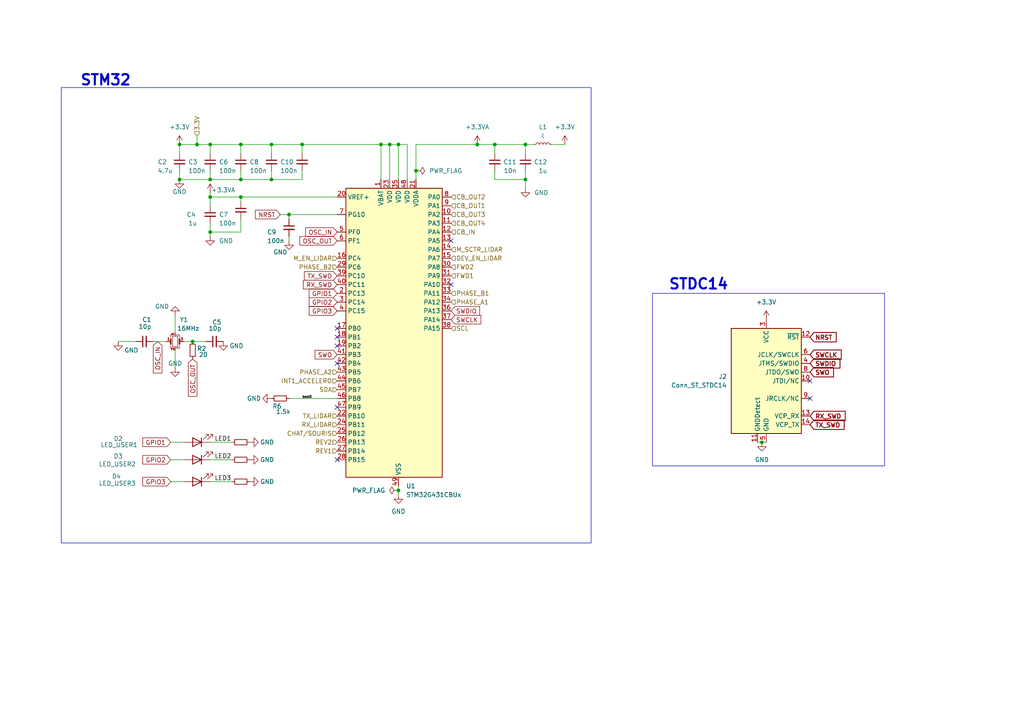
<source format=kicad_sch>
(kicad_sch (version 20231120) (generator "eeschema") (generator_version "8.0")
  (paper "A4")
  (lib_symbols
    (symbol "Connector:Conn_ST_STDC14"
      (property "Reference" "J" (at -8.89 16.51 0))
      (property "Value" "Conn_ST_STDC14" (at 17.78 16.51 0))
      (symbol "Conn_ST_STDC14_0_1"
        (rectangle (start -10.16 15.24) (end 10.16 -15.24) (stroke (width 0.254)) (fill (type background)))
      )
      (symbol "Conn_ST_STDC14_1_1"
        (pin no_connect line (at -10.16 5.08 0) (length 2.54) hide (name "NC") (number "1"))
        (pin output line (at 12.7 0 180) (length 2.54) (name "JTDI/NC") (number "10"))
        (pin passive line (at -2.54 -17.78 90) (length 2.54) (name "GNDDetect") (number "11"))
        (pin open_collector line (at 12.7 12.7 180) (length 2.54) (name "~{RST}") (number "12"))
        (pin output line (at 12.7 -10.16 180) (length 2.54) (name "VCP_RX") (number "13"))
        (pin input line (at 12.7 -12.7 180) (length 2.54) (name "VCP_TX") (number "14"))
        (pin no_connect line (at -10.16 2.54 0) (length 2.54) hide (name "NC") (number "2"))
        (pin power_in line (at 0 17.78 270) (length 2.54) (name "VCC") (number "3"))
        (pin bidirectional line (at 12.7 5.08 180) (length 2.54) (name "JTMS/SWDIO") (number "4"))
        (pin power_in line (at 0 -17.78 90) (length 2.54) (name "GND") (number "5"))
        (pin output line (at 12.7 7.62 180) (length 2.54) (name "JCLK/SWCLK") (number "6"))
        (pin passive line (at 0 -17.78 90) (length 2.54) hide (name "GND") (number "7"))
        (pin input line (at 12.7 2.54 180) (length 2.54) (name "JTDO/SWO") (number "8"))
        (pin input line (at 12.7 -5.08 180) (length 2.54) (name "JRCLK/NC") (number "9"))
      )
    )
    (symbol "Device:C_Small" (pin_numbers hide) (pin_names (offset 0.254) hide)
      (property "Reference" "C" (at 0.254 1.778 0))
      (property "Value" "C_Small" (at 0.254 -2.032 0))
      (symbol "C_Small_0_1"
        (polyline (pts (xy -1.524 -0.508) (xy 1.524 -0.508)) (stroke (width 0.3302)))
        (polyline (pts (xy -1.524 0.508) (xy 1.524 0.508)) (stroke (width 0.3048)))
      )
      (symbol "C_Small_1_1"
        (pin passive line (at 0 2.54 270) (length 2.032) (name "~") (number "1"))
        (pin passive line (at 0 -2.54 90) (length 2.032) (name "~") (number "2"))
      )
    )
    (symbol "Device:Crystal_GND24_Small" (pin_names (offset 1.016) hide)
      (property "Reference" "Y" (at 1.27 4.445 0))
      (property "Value" "Crystal_GND24_Small" (at 1.27 2.54 0))
      (symbol "Crystal_GND24_Small_0_1"
        (rectangle (start -0.762 -1.524) (end 0.762 1.524))
        (polyline (pts (xy -1.27 -0.762) (xy -1.27 0.762)) (stroke (width 0.381)))
        (polyline (pts (xy 1.27 -0.762) (xy 1.27 0.762)) (stroke (width 0.381)))
        (polyline (pts (xy -1.27 -1.27) (xy -1.27 -1.905) (xy 1.27 -1.905) (xy 1.27 -1.27)))
        (polyline (pts (xy -1.27 1.27) (xy -1.27 1.905) (xy 1.27 1.905) (xy 1.27 1.27)))
      )
      (symbol "Crystal_GND24_Small_1_1"
        (pin passive line (at -2.54 0 0) (length 1.27) (name "1") (number "1"))
        (pin passive line (at 0 -2.54 90) (length 0.635) (name "2") (number "2"))
        (pin passive line (at 2.54 0 180) (length 1.27) (name "3") (number "3"))
        (pin passive line (at 0 2.54 270) (length 0.635) (name "4") (number "4"))
      )
    )
    (symbol "Device:LED" (pin_numbers hide) (pin_names (offset 1.016) hide)
      (property "Reference" "D" (at 0 2.54 0))
      (property "Value" "LED" (at 0 -2.54 0))
      (symbol "LED_0_1"
        (polyline (pts (xy -1.27 -1.27) (xy -1.27 1.27)) (stroke (width 0.254)))
        (polyline (pts (xy -1.27 0) (xy 1.27 0)))
        (polyline (pts (xy 1.27 -1.27) (xy 1.27 1.27) (xy -1.27 0) (xy 1.27 -1.27)) (stroke (width 0.254)))
        (polyline (pts (xy -3.048 -0.762) (xy -4.572 -2.286) (xy -3.81 -2.286) (xy -4.572 -2.286) (xy -4.572 -1.524)))
        (polyline (pts (xy -1.778 -0.762) (xy -3.302 -2.286) (xy -2.54 -2.286) (xy -3.302 -2.286) (xy -3.302 -1.524)))
      )
      (symbol "LED_1_1"
        (pin passive line (at -3.81 0 0) (length 2.54) (name "K") (number "1"))
        (pin passive line (at 3.81 0 180) (length 2.54) (name "A") (number "2"))
      )
    )
    (symbol "Device:L_Small" (pin_numbers hide) (pin_names (offset 0.254) hide)
      (property "Reference" "L" (at 0.762 1.016 0))
      (property "Value" "L_Small" (at 0.762 -1.016 0))
      (symbol "L_Small_0_1"
        (arc (start 0 -2.032) (mid 0.5058 -1.524) (end 0 -1.016))
        (arc (start 0 -1.016) (mid 0.5058 -0.508) (end 0 0))
        (arc (start 0 0) (mid 0.5058 0.508) (end 0 1.016))
        (arc (start 0 1.016) (mid 0.5058 1.524) (end 0 2.032))
      )
      (symbol "L_Small_1_1"
        (pin passive line (at 0 2.54 270) (length 0.508) (name "~") (number "1"))
        (pin passive line (at 0 -2.54 90) (length 0.508) (name "~") (number "2"))
      )
    )
    (symbol "Device:R_Small" (pin_numbers hide) (pin_names (offset 0.254) hide)
      (property "Reference" "R" (at 0.762 0.508 0))
      (property "Value" "R_Small" (at 0.762 -1.016 0))
      (symbol "R_Small_0_1"
        (rectangle (start -0.762 1.778) (end 0.762 -1.778) (stroke (width 0.2032)))
      )
      (symbol "R_Small_1_1"
        (pin passive line (at 0 2.54 270) (length 0.762) (name "~") (number "1"))
        (pin passive line (at 0 -2.54 90) (length 0.762) (name "~") (number "2"))
      )
    )
    (symbol "MCU_ST_STM32G4:STM32G431CBUx"
      (property "Reference" "U" (at -12.7 44.45 0))
      (property "Value" "STM32G431CBUx" (at 10.16 44.45 0))
      (symbol "STM32G431CBUx_0_1"
        (rectangle (start -12.7 -40.64) (end 15.24 43.18) (stroke (width 0.254)) (fill (type background)))
      )
      (symbol "STM32G431CBUx_1_1"
        (pin power_in line (at -2.54 45.72 270) (length 2.54) (name "VBAT") (number "1"))
        (pin bidirectional line (at 17.78 35.56 180) (length 2.54) (name "PA2") (number "10"))
        (pin bidirectional line (at 17.78 33.02 180) (length 2.54) (name "PA3") (number "11"))
        (pin bidirectional line (at 17.78 30.48 180) (length 2.54) (name "PA4") (number "12"))
        (pin bidirectional line (at 17.78 27.94 180) (length 2.54) (name "PA5") (number "13"))
        (pin bidirectional line (at 17.78 25.4 180) (length 2.54) (name "PA6") (number "14"))
        (pin bidirectional line (at 17.78 22.86 180) (length 2.54) (name "PA7") (number "15"))
        (pin bidirectional line (at -15.24 22.86 0) (length 2.54) (name "PC4") (number "16"))
        (pin bidirectional line (at -15.24 2.54 0) (length 2.54) (name "PB0") (number "17"))
        (pin bidirectional line (at -15.24 0 0) (length 2.54) (name "PB1") (number "18"))
        (pin bidirectional line (at -15.24 -2.54 0) (length 2.54) (name "PB2") (number "19"))
        (pin bidirectional line (at -15.24 12.7 0) (length 2.54) (name "PC13") (number "2"))
        (pin input line (at -15.24 40.64 0) (length 2.54) (name "VREF+") (number "20"))
        (pin power_in line (at 7.62 45.72 270) (length 2.54) (name "VDDA") (number "21"))
        (pin bidirectional line (at -15.24 -22.86 0) (length 2.54) (name "PB10") (number "22"))
        (pin power_in line (at 0 45.72 270) (length 2.54) (name "VDD") (number "23"))
        (pin bidirectional line (at -15.24 -25.4 0) (length 2.54) (name "PB11") (number "24"))
        (pin bidirectional line (at -15.24 -27.94 0) (length 2.54) (name "PB12") (number "25"))
        (pin bidirectional line (at -15.24 -30.48 0) (length 2.54) (name "PB13") (number "26"))
        (pin bidirectional line (at -15.24 -33.02 0) (length 2.54) (name "PB14") (number "27"))
        (pin bidirectional line (at -15.24 -35.56 0) (length 2.54) (name "PB15") (number "28"))
        (pin bidirectional line (at -15.24 20.32 0) (length 2.54) (name "PC6") (number "29"))
        (pin bidirectional line (at -15.24 10.16 0) (length 2.54) (name "PC14") (number "3"))
        (pin bidirectional line (at 17.78 20.32 180) (length 2.54) (name "PA8") (number "30"))
        (pin bidirectional line (at 17.78 17.78 180) (length 2.54) (name "PA9") (number "31"))
        (pin bidirectional line (at 17.78 15.24 180) (length 2.54) (name "PA10") (number "32"))
        (pin bidirectional line (at 17.78 12.7 180) (length 2.54) (name "PA11") (number "33"))
        (pin bidirectional line (at 17.78 10.16 180) (length 2.54) (name "PA12") (number "34"))
        (pin power_in line (at 2.54 45.72 270) (length 2.54) (name "VDD") (number "35"))
        (pin bidirectional line (at 17.78 7.62 180) (length 2.54) (name "PA13") (number "36"))
        (pin bidirectional line (at 17.78 5.08 180) (length 2.54) (name "PA14") (number "37"))
        (pin bidirectional line (at 17.78 2.54 180) (length 2.54) (name "PA15") (number "38"))
        (pin bidirectional line (at -15.24 17.78 0) (length 2.54) (name "PC10") (number "39"))
        (pin bidirectional line (at -15.24 7.62 0) (length 2.54) (name "PC15") (number "4"))
        (pin bidirectional line (at -15.24 15.24 0) (length 2.54) (name "PC11") (number "40"))
        (pin bidirectional line (at -15.24 -5.08 0) (length 2.54) (name "PB3") (number "41"))
        (pin bidirectional line (at -15.24 -7.62 0) (length 2.54) (name "PB4") (number "42"))
        (pin bidirectional line (at -15.24 -10.16 0) (length 2.54) (name "PB5") (number "43"))
        (pin bidirectional line (at -15.24 -12.7 0) (length 2.54) (name "PB6") (number "44"))
        (pin bidirectional line (at -15.24 -15.24 0) (length 2.54) (name "PB7") (number "45"))
        (pin bidirectional line (at -15.24 -17.78 0) (length 2.54) (name "PB8") (number "46"))
        (pin bidirectional line (at -15.24 -20.32 0) (length 2.54) (name "PB9") (number "47"))
        (pin power_in line (at 5.08 45.72 270) (length 2.54) (name "VDD") (number "48"))
        (pin power_in line (at 2.54 -43.18 90) (length 2.54) (name "VSS") (number "49"))
        (pin bidirectional line (at -15.24 30.48 0) (length 2.54) (name "PF0") (number "5"))
        (pin bidirectional line (at -15.24 27.94 0) (length 2.54) (name "PF1") (number "6"))
        (pin bidirectional line (at -15.24 35.56 0) (length 2.54) (name "PG10") (number "7"))
        (pin bidirectional line (at 17.78 40.64 180) (length 2.54) (name "PA0") (number "8"))
        (pin bidirectional line (at 17.78 38.1 180) (length 2.54) (name "PA1") (number "9"))
      )
    )
    (symbol "power:+3.3V" (power) (pin_names (offset 0))
      (property "Value" "+3.3V" (at 0 3.556 0))
      (symbol "+3.3V_0_1"
        (polyline (pts (xy -0.762 1.27) (xy 0 2.54)))
        (polyline (pts (xy 0 0) (xy 0 2.54)))
        (polyline (pts (xy 0 2.54) (xy 0.762 1.27)))
      )
      (symbol "+3.3V_1_1"
        (pin power_in line (at 0 0 90) (length 0) hide (name "+3.3V") (number "1"))
      )
    )
    (symbol "power:+3.3VA" (power) (pin_numbers hide) (pin_names (offset 0) hide)
      (property "Value" "+3.3VA" (at 0 3.556 0))
      (symbol "+3.3VA_0_1"
        (polyline (pts (xy -0.762 1.27) (xy 0 2.54)))
        (polyline (pts (xy 0 0) (xy 0 2.54)))
        (polyline (pts (xy 0 2.54) (xy 0.762 1.27)))
      )
      (symbol "+3.3VA_1_1"
        (pin power_in line (at 0 0 90) (length 0) (name "~") (number "1"))
      )
    )
    (symbol "power:GND" (power) (pin_names (offset 0))
      (property "Value" "GND" (at 0 -3.81 0))
      (symbol "GND_0_1"
        (polyline (pts (xy 0 0) (xy 0 -1.27) (xy 1.27 -1.27) (xy 0 -2.54) (xy -1.27 -1.27) (xy 0 -1.27)))
      )
      (symbol "GND_1_1"
        (pin power_in line (at 0 0 270) (length 0) hide (name "GND") (number "1"))
      )
    )
    (symbol "power:PWR_FLAG" (power) (pin_numbers hide) (pin_names (offset 0) hide)
      (property "Value" "PWR_FLAG" (at 0 3.81 0))
      (symbol "PWR_FLAG_0_0"
        (pin power_out line (at 0 0 90) (length 0) (name "~") (number "1"))
      )
      (symbol "PWR_FLAG_0_1"
        (polyline (pts (xy 0 0) (xy 0 1.27) (xy -1.016 1.905) (xy 0 2.54) (xy 1.016 1.905) (xy 0 1.27)))
      )
    )
  )
  (junction (at 115.57 41.91))
  (junction (at 220.98 128.27))
  (junction (at 120.65 49.53))
  (junction (at 60.96 52.07))
  (junction (at 152.4 52.07))
  (junction (at 138.43 41.91))
  (junction (at 78.74 52.07))
  (junction (at 113.03 41.91))
  (junction (at 60.96 57.15))
  (junction (at 69.85 52.07))
  (junction (at 83.82 62.23))
  (junction (at 57.15 41.91))
  (junction (at 55.88 99.06))
  (junction (at 78.74 41.91))
  (junction (at 52.07 41.91))
  (junction (at 152.4 41.91))
  (junction (at 60.96 41.91))
  (junction (at 69.85 57.15))
  (junction (at 110.49 41.91))
  (junction (at 69.85 41.91))
  (junction (at 60.96 67.31))
  (junction (at 87.63 41.91))
  (junction (at 143.51 41.91))
  (junction (at 115.57 142.24))
  (junction (at 52.07 52.07))
  (no_connect (at 234.95 110.49))
  (no_connect (at 130.81 69.85))
  (no_connect (at 97.79 100.33))
  (no_connect (at 97.79 118.11))
  (no_connect (at 97.79 133.35))
  (no_connect (at 97.79 97.79))
  (no_connect (at 130.81 82.55))
  (no_connect (at 97.79 95.25))
  (no_connect (at 234.95 115.57))
  (no_connect (at 97.79 105.41))
  (wire (pts (xy 81.28 62.23) (xy 83.82 62.23)))
  (wire (pts (xy 138.43 41.91) (xy 143.51 41.91)))
  (wire (pts (xy 57.15 39.37) (xy 57.15 41.91)))
  (wire (pts (xy 60.96 41.91) (xy 69.85 41.91)))
  (wire (pts (xy 78.74 41.91) (xy 87.63 41.91)))
  (wire (pts (xy 113.03 41.91) (xy 110.49 41.91)))
  (wire (pts (xy 219.71 128.27) (xy 220.98 128.27)))
  (wire (pts (xy 69.85 52.07) (xy 78.74 52.07)))
  (wire (pts (xy 60.96 52.07) (xy 69.85 52.07)))
  (wire (pts (xy 143.51 44.45) (xy 143.51 41.91)))
  (wire (pts (xy 160.02 41.91) (xy 163.83 41.91)))
  (wire (pts (xy 52.07 52.07) (xy 52.07 49.53)))
  (wire (pts (xy 50.8 91.44) (xy 50.8 96.52)))
  (wire (pts (xy 152.4 52.07) (xy 152.4 49.53)))
  (wire (pts (xy 53.34 99.06) (xy 55.88 99.06)))
  (wire (pts (xy 50.8 106.68) (xy 50.8 101.6)))
  (wire (pts (xy 60.96 67.31) (xy 60.96 64.77)))
  (wire (pts (xy 69.85 41.91) (xy 69.85 44.45)))
  (wire (pts (xy 152.4 41.91) (xy 152.4 44.45)))
  (wire (pts (xy 115.57 142.24) (xy 115.57 140.97)))
  (wire (pts (xy 152.4 52.07) (xy 143.51 52.07)))
  (wire (pts (xy 60.96 128.27) (xy 67.31 128.27)))
  (wire (pts (xy 110.49 41.91) (xy 110.49 52.07)))
  (wire (pts (xy 69.85 57.15) (xy 69.85 58.42)))
  (wire (pts (xy 120.65 41.91) (xy 138.43 41.91)))
  (wire (pts (xy 34.29 99.06) (xy 39.37 99.06)))
  (wire (pts (xy 44.45 99.06) (xy 48.26 99.06)))
  (wire (pts (xy 87.63 49.53) (xy 87.63 52.07)))
  (wire (pts (xy 69.85 41.91) (xy 78.74 41.91)))
  (wire (pts (xy 115.57 41.91) (xy 115.57 52.07)))
  (wire (pts (xy 83.82 62.23) (xy 83.82 63.5)))
  (wire (pts (xy 69.85 63.5) (xy 69.85 67.31)))
  (wire (pts (xy 55.88 99.06) (xy 59.69 99.06)))
  (wire (pts (xy 143.51 49.53) (xy 143.51 52.07)))
  (wire (pts (xy 120.65 52.07) (xy 120.65 49.53)))
  (wire (pts (xy 115.57 143.51) (xy 115.57 142.24)))
  (wire (pts (xy 115.57 41.91) (xy 113.03 41.91)))
  (wire (pts (xy 78.74 49.53) (xy 78.74 52.07)))
  (wire (pts (xy 220.98 128.27) (xy 222.25 128.27)))
  (wire (pts (xy 113.03 41.91) (xy 113.03 52.07)))
  (wire (pts (xy 49.53 133.35) (xy 53.34 133.35)))
  (wire (pts (xy 52.07 52.07) (xy 60.96 52.07)))
  (wire (pts (xy 60.96 57.15) (xy 60.96 59.69)))
  (wire (pts (xy 60.96 55.88) (xy 60.96 57.15)))
  (wire (pts (xy 78.74 41.91) (xy 78.74 44.45)))
  (wire (pts (xy 57.15 41.91) (xy 60.96 41.91)))
  (wire (pts (xy 69.85 49.53) (xy 69.85 52.07)))
  (wire (pts (xy 152.4 41.91) (xy 143.51 41.91)))
  (wire (pts (xy 60.96 49.53) (xy 60.96 52.07)))
  (wire (pts (xy 52.07 41.91) (xy 57.15 41.91)))
  (wire (pts (xy 52.07 41.91) (xy 52.07 44.45)))
  (wire (pts (xy 118.11 52.07) (xy 118.11 41.91)))
  (wire (pts (xy 60.96 133.35) (xy 67.31 133.35)))
  (wire (pts (xy 118.11 41.91) (xy 115.57 41.91)))
  (wire (pts (xy 120.65 49.53) (xy 120.65 41.91)))
  (wire (pts (xy 60.96 57.15) (xy 69.85 57.15)))
  (wire (pts (xy 110.49 41.91) (xy 87.63 41.91)))
  (wire (pts (xy 49.53 128.27) (xy 53.34 128.27)))
  (wire (pts (xy 49.53 139.7) (xy 53.34 139.7)))
  (wire (pts (xy 60.96 139.7) (xy 67.31 139.7)))
  (wire (pts (xy 152.4 41.91) (xy 154.94 41.91)))
  (wire (pts (xy 60.96 68.58) (xy 60.96 67.31)))
  (wire (pts (xy 78.74 52.07) (xy 87.63 52.07)))
  (wire (pts (xy 83.82 62.23) (xy 97.79 62.23)))
  (wire (pts (xy 83.82 115.57) (xy 97.79 115.57)))
  (wire (pts (xy 152.4 54.61) (xy 152.4 52.07)))
  (wire (pts (xy 87.63 44.45) (xy 87.63 41.91)))
  (wire (pts (xy 97.79 57.15) (xy 69.85 57.15)))
  (wire (pts (xy 60.96 67.31) (xy 69.85 67.31)))
  (wire (pts (xy 60.96 44.45) (xy 60.96 41.91)))
  (wire (pts (xy 83.82 68.58) (xy 83.82 69.85)))
  (rectangle (start 17.78 25.4) (end 171.45 157.48))
  (rectangle (start 189.23 85.09) (end 256.54 135.128))
  (text "STDC14" (at 193.802 84.328 0) (effects (font (size 3 3) (bold yes)) (justify left bottom)))
  (text "STM32\n" (at 23.114 25.146 0) (effects (font (size 3 3) (bold yes)) (justify left bottom)))
  (label "LED2" (at 62.23 133.35 0))
  (label "boot0" (at 87.63 115.57 0) (effects (font (size 0.635 0.635))))
  (label "LED1" (at 62.23 128.27 0))
  (label "LED3" (at 62.23 139.7 0))
  (global_label "SWO" (shape input) (at 234.95 107.95 0) (effects (font (bold yes))) (property "Intersheetrefs" "${INTERSHEET_REFS}" (effects (hide yes))))
  (global_label "NRST" (shape input) (at 234.95 97.79 0) (effects (font (bold yes))) (property "Intersheetrefs" "${INTERSHEET_REFS}" (effects (hide yes))))
  (global_label "RX_SWD" (shape input) (at 234.95 120.65 0) (effects (font (bold yes))) (property "Intersheetrefs" "${INTERSHEET_REFS}" (effects (hide yes))))
  (global_label "OSC_OUT" (shape input) (at 97.79 69.85 180) (property "Intersheetrefs" "${INTERSHEET_REFS}" (effects (hide yes))))
  (global_label "OSC_OUT" (shape input) (at 55.88 104.14 270) (property "Intersheetrefs" "${INTERSHEET_REFS}" (effects (hide yes))))
  (global_label "GPIO1" (shape input) (at 97.79 85.09 180) (property "Intersheetrefs" "${INTERSHEET_REFS}" (effects (hide yes))))
  (global_label "TX_SWD" (shape input) (at 97.79 80.01 180) (property "Intersheetrefs" "${INTERSHEET_REFS}" (effects (hide yes))))
  (global_label "GPIO1" (shape input) (at 49.53 128.27 180) (property "Intersheetrefs" "${INTERSHEET_REFS}" (effects (hide yes))))
  (global_label "GPIO2" (shape input) (at 97.79 87.63 180) (property "Intersheetrefs" "${INTERSHEET_REFS}" (effects (hide yes))))
  (global_label "GPIO3" (shape input) (at 49.53 139.7 180) (property "Intersheetrefs" "${INTERSHEET_REFS}" (effects (hide yes))))
  (global_label "SWO" (shape input) (at 97.79 102.87 180) (property "Intersheetrefs" "${INTERSHEET_REFS}" (effects (hide yes))))
  (global_label "SWDIO" (shape input) (at 234.95 105.41 0) (effects (font (bold yes))) (property "Intersheetrefs" "${INTERSHEET_REFS}" (effects (hide yes))))
  (global_label "RX_SWD" (shape input) (at 97.79 82.55 180) (property "Intersheetrefs" "${INTERSHEET_REFS}" (effects (hide yes))))
  (global_label "GPIO3" (shape input) (at 97.79 90.17 180) (property "Intersheetrefs" "${INTERSHEET_REFS}" (effects (hide yes))))
  (global_label "SWCLK" (shape input) (at 234.95 102.87 0) (effects (font (bold yes))) (property "Intersheetrefs" "${INTERSHEET_REFS}" (effects (hide yes))))
  (global_label "GPIO2" (shape input) (at 49.53 133.35 180) (property "Intersheetrefs" "${INTERSHEET_REFS}" (effects (hide yes))))
  (global_label "SWDIO" (shape input) (at 130.81 90.17 0) (property "Intersheetrefs" "${INTERSHEET_REFS}" (effects (hide yes))))
  (global_label "SWCLK" (shape input) (at 130.81 92.71 0) (property "Intersheetrefs" "${INTERSHEET_REFS}" (effects (hide yes))))
  (global_label "OSC_IN" (shape input) (at 97.79 67.31 180) (property "Intersheetrefs" "${INTERSHEET_REFS}" (effects (hide yes))))
  (global_label "NRST" (shape input) (at 81.28 62.23 180) (property "Intersheetrefs" "${INTERSHEET_REFS}" (effects (hide yes))))
  (global_label "TX_SWD" (shape input) (at 234.95 123.19 0) (effects (font (bold yes))) (property "Intersheetrefs" "${INTERSHEET_REFS}" (effects (hide yes))))
  (global_label "OSC_IN" (shape input) (at 45.72 99.06 270) (property "Intersheetrefs" "${INTERSHEET_REFS}" (effects (hide yes))))
  (hierarchical_label "TX_LIDAR" (shape input) (at 97.79 120.65 180))
  (hierarchical_label "M_EN_LIDAR" (shape input) (at 97.79 74.93 180))
  (hierarchical_label "PHASE_B1" (shape input) (at 130.81 85.09 0))
  (hierarchical_label "M_SCTR_LIDAR" (shape input) (at 130.81 72.39 0))
  (hierarchical_label "INT1_ACCELERO" (shape input) (at 97.79 110.49 180))
  (hierarchical_label "PHASE_A2" (shape input) (at 97.79 107.95 180))
  (hierarchical_label "CB_OUT4" (shape input) (at 130.81 64.77 0))
  (hierarchical_label "CB_IN" (shape input) (at 130.81 67.31 0))
  (hierarchical_label "CB_OUT1" (shape input) (at 130.81 59.69 0))
  (hierarchical_label "CB_OUT3" (shape input) (at 130.81 62.23 0))
  (hierarchical_label "3.3V" (shape input) (at 57.15 39.37 90))
  (hierarchical_label "RX_LIDAR" (shape input) (at 97.79 123.19 180))
  (hierarchical_label "FWD1" (shape input) (at 130.81 80.01 0))
  (hierarchical_label "CHAT{slash}SOURIS" (shape input) (at 97.79 125.73 180))
  (hierarchical_label "FWD2" (shape input) (at 130.81 77.47 0))
  (hierarchical_label "REV1" (shape input) (at 97.79 130.81 180))
  (hierarchical_label "PHASE_B2" (shape input) (at 97.79 77.47 180))
  (hierarchical_label "CB_OUT2" (shape input) (at 130.81 57.15 0))
  (hierarchical_label "SDA" (shape input) (at 97.79 113.03 180))
  (hierarchical_label "SCL" (shape input) (at 130.81 95.25 0))
  (hierarchical_label "PHASE_A1" (shape input) (at 130.81 87.63 0))
  (hierarchical_label "REV2" (shape input) (at 97.79 128.27 180))
  (hierarchical_label "DEV_EN_LIDAR" (shape input) (at 130.81 74.93 0))
  (symbol (lib_id "power:+3.3VA") (at 138.43 41.91 0) (unit 1)
    (property "Reference" "#PWR019" (effects (hide yes)))
    (property "Value" "+3.3VA" (at 138.43 36.83 0))
    (property "Description" "Power symbol creates a global label with name \"+3.3VA\"" (effects (hide yes)))
  )
  (symbol (lib_id "power:GND") (at 115.57 143.51 0) (unit 1)
    (property "Reference" "#PWR018" (effects (hide yes)))
    (property "Value" "GND" (at 115.57 148.336 0))
  )
  (symbol (lib_id "Device:C_Small") (at 87.63 46.99 0) (unit 1)
    (property "Reference" "C10" (at 81.28 46.99 0) (effects (justify left)))
    (property "Value" "100n" (at 81.28 49.53 0) (effects (justify left)))
    (property "Footprint" "Capacitor_SMD:C_0402_1005Metric_Pad0.74x0.62mm_HandSolder" (effects (hide yes)))
  )
  (symbol (lib_id "power:GND") (at 83.82 69.85 0) (unit 1)
    (property "Reference" "#PWR017" (effects (hide yes)))
    (property "Value" "GND" (at 79.248 73.152 0) (effects (justify left)))
  )
  (symbol (lib_id "power:GND") (at 220.98 128.27 0) (mirror y) (unit 1)
    (property "Reference" "#PWR032" (effects (hide yes)))
    (property "Value" "GND" (at 220.98 133.35 0))
  )
  (symbol (lib_id "power:GND") (at 34.29 99.06 0) (unit 1)
    (property "Reference" "#PWR05" (effects (hide yes)))
    (property "Value" "GND" (at 38.1 101.6 0))
  )
  (symbol (lib_id "power:GND") (at 52.07 52.07 0) (unit 1)
    (property "Reference" "#PWR09" (effects (hide yes)))
    (property "Value" "GND" (at 52.07 55.626 0))
  )
  (symbol (lib_id "Device:R_Small") (at 69.85 128.27 90) (unit 1)
    (property "Reference" "R3" (effects (hide yes)))
    (property "Value" "680" (effects (hide yes)))
    (property "Footprint" "Resistor_SMD:R_0402_1005Metric_Pad0.72x0.64mm_HandSolder" (effects (hide yes)))
  )
  (symbol (lib_id "power:GND") (at 60.96 68.58 0) (unit 1)
    (property "Reference" "#PWR011" (effects (hide yes)))
    (property "Value" "GND" (at 63.5 69.8499 0) (effects (justify left)))
  )
  (symbol (lib_id "Device:R_Small") (at 81.28 115.57 270) (unit 1)
    (property "Reference" "R6" (at 78.994 117.856 90) (effects (justify left)))
    (property "Value" "1.5k" (at 80.01 119.38 90) (effects (justify left)))
    (property "Footprint" "Resistor_SMD:R_0402_1005Metric_Pad0.72x0.64mm_HandSolder" (effects (hide yes)))
  )
  (symbol (lib_id "Connector:Conn_ST_STDC14") (at 222.25 110.49 0) (unit 1)
    (property "Reference" "J2" (at 210.82 109.2199 0) (effects (justify right)))
    (property "Value" "Conn_ST_STDC14" (at 210.82 111.7599 0) (effects (justify right)))
    (property "Footprint" "Connector_PinHeader_1.27mm:PinHeader_2x07_P1.27mm_Vertical_SMD" (effects (hide yes)))
    (property "Datasheet" "https://www.st.com/content/ccc/resource/technical/document/user_manual/group1/99/49/91/b6/b2/3a/46/e5/DM00526767/files/DM00526767.pdf/jcr:content/translations/en.DM00526767.pdf" (effects (hide yes)))
    (property "Description" "ST Debug Connector, standard ARM Cortex-M SWD and JTAG interface plus UART" (effects (hide yes)))
  )
  (symbol (lib_id "power:+3.3VA") (at 60.96 55.88 0) (unit 1)
    (property "Reference" "#PWR010" (effects (hide yes)))
    (property "Value" "+3.3VA" (at 64.77 55.118 0))
    (property "Description" "Power symbol creates a global label with name \"+3.3VA\"" (effects (hide yes)))
  )
  (symbol (lib_id "power:+3.3V") (at 222.25 92.71 0) (mirror y) (unit 1)
    (property "Reference" "#PWR033" (effects (hide yes)))
    (property "Value" "+3.3V" (at 222.25 87.63 0))
  )
  (symbol (lib_id "Device:C_Small") (at 69.85 46.99 0) (unit 1)
    (property "Reference" "C6" (at 63.5 46.99 0) (effects (justify left)))
    (property "Value" "100n" (at 63.5 49.53 0) (effects (justify left)))
    (property "Footprint" "Capacitor_SMD:C_0402_1005Metric_Pad0.74x0.62mm_HandSolder" (effects (hide yes)))
  )
  (symbol (lib_id "Device:Crystal_GND24_Small") (at 50.8 99.06 0) (unit 1)
    (property "Reference" "Y1" (at 53.34 92.71 0))
    (property "Value" "16MHz" (at 54.61 95.25 0))
    (property "Footprint" "Crystal:Crystal_SMD_3225-4Pin_3.2x2.5mm" (effects (hide yes)))
  )
  (symbol (lib_id "power:GND") (at 50.8 106.68 0) (unit 1)
    (property "Reference" "#PWR07" (effects (hide yes)))
    (property "Value" "GND" (at 50.8 105.41 0))
  )
  (symbol (lib_id "Device:C_Small") (at 143.51 46.99 0) (mirror y) (unit 1)
    (property "Reference" "C11" (at 149.86 46.99 0) (effects (justify left)))
    (property "Value" "10n" (at 149.86 49.53 0) (effects (justify left)))
    (property "Footprint" "Capacitor_SMD:C_0402_1005Metric_Pad0.74x0.62mm_HandSolder" (effects (hide yes)))
  )
  (symbol (lib_id "Device:LED") (at 57.15 139.7 180) (unit 1)
    (property "Reference" "D4" (at 33.782 138.176 0))
    (property "Value" "LED_USER3" (at 34.036 140.208 0))
    (property "Footprint" "Resistor_SMD:R_0402_1005Metric_Pad0.72x0.64mm_HandSolder" (effects (hide yes)))
  )
  (symbol (lib_id "Device:C_Small") (at 152.4 46.99 0) (mirror y) (unit 1)
    (property "Reference" "C12" (at 158.75 46.99 0) (effects (justify left)))
    (property "Value" "1u" (at 158.75 49.53 0) (effects (justify left)))
    (property "Footprint" "Capacitor_SMD:C_0402_1005Metric_Pad0.74x0.62mm_HandSolder" (effects (hide yes)))
  )
  (symbol (lib_id "power:GND") (at 72.39 128.27 90) (unit 1)
    (property "Reference" "#PWR013" (effects (hide yes)))
    (property "Value" "GND" (at 77.47 128.27 90))
  )
  (symbol (lib_id "Device:R_Small") (at 69.85 139.7 90) (unit 1)
    (property "Reference" "R5" (effects (hide yes)))
    (property "Value" "680" (effects (hide yes)))
    (property "Footprint" "Resistor_SMD:R_0402_1005Metric_Pad0.72x0.64mm_HandSolder" (effects (hide yes)))
  )
  (symbol (lib_id "Device:LED") (at 57.15 128.27 180) (unit 1)
    (property "Reference" "D2" (at 34.29 127.254 0))
    (property "Value" "LED_USER1" (at 34.544 129.032 0))
    (property "Footprint" "Resistor_SMD:R_0402_1005Metric_Pad0.72x0.64mm_HandSolder" (effects (hide yes)))
  )
  (symbol (lib_id "Device:LED") (at 57.15 133.35 180) (unit 1)
    (property "Reference" "D3" (at 34.29 132.334 0))
    (property "Value" "LED_USER2" (at 34.036 134.62 0))
    (property "Footprint" "Resistor_SMD:R_0402_1005Metric_Pad0.72x0.64mm_HandSolder" (effects (hide yes)))
  )
  (symbol (lib_id "power:GND") (at 152.4 54.61 0) (mirror y) (unit 1)
    (property "Reference" "#PWR020" (effects (hide yes)))
    (property "Value" "GND" (at 154.94 55.8799 0) (effects (justify right)))
  )
  (symbol (lib_id "power:GND") (at 64.77 99.06 0) (unit 1)
    (property "Reference" "#PWR012" (effects (hide yes)))
    (property "Value" "GND" (at 68.58 100.33 0))
  )
  (symbol (lib_id "Device:C_Small") (at 83.82 66.04 0) (unit 1)
    (property "Reference" "C9" (at 77.47 67.31 0) (effects (justify left)))
    (property "Value" "100n" (at 77.47 69.85 0) (effects (justify left)))
    (property "Footprint" "Capacitor_SMD:C_0402_1005Metric_Pad0.74x0.62mm_HandSolder" (effects (hide yes)))
  )
  (symbol (lib_id "power:GND") (at 72.39 133.35 90) (unit 1)
    (property "Reference" "#PWR014" (effects (hide yes)))
    (property "Value" "GND" (at 77.47 133.35 90))
  )
  (symbol (lib_id "Device:C_Small") (at 41.91 99.06 90) (unit 1)
    (property "Reference" "C1" (at 43.942 92.71 90) (effects (justify left)))
    (property "Value" "10p" (at 43.942 94.742 90) (effects (justify left)))
    (property "Footprint" "Capacitor_SMD:C_0402_1005Metric_Pad0.74x0.62mm_HandSolder" (effects (hide yes)))
  )
  (symbol (lib_id "Device:C_Small") (at 60.96 46.99 0) (unit 1)
    (property "Reference" "C3" (at 54.61 46.99 0) (effects (justify left)))
    (property "Value" "100n" (at 54.61 49.53 0) (effects (justify left)))
    (property "Footprint" "Capacitor_SMD:C_0402_1005Metric_Pad0.74x0.62mm_HandSolder" (effects (hide yes)))
  )
  (symbol (lib_id "Device:L_Small") (at 157.48 41.91 90) (unit 1)
    (property "Reference" "L1" (at 157.48 36.83 90))
    (property "Value" "l" (at 157.48 39.37 90))
    (property "Footprint" "Capacitor_SMD:C_0402_1005Metric_Pad0.74x0.62mm_HandSolder" (effects (hide yes)))
    (property "Description" "Inductor, small symbol" (effects (hide yes)))
  )
  (symbol (lib_id "power:PWR_FLAG") (at 115.57 142.24 90) (unit 1)
    (property "Reference" "#FLG01" (effects (hide yes)))
    (property "Value" "PWR_FLAG" (at 111.76 142.2399 90) (effects (justify left)))
    (property "Description" "Special symbol for telling ERC where power comes from" (effects (hide yes)))
  )
  (symbol (lib_id "Device:C_Small") (at 78.74 46.99 0) (unit 1)
    (property "Reference" "C8" (at 72.39 46.99 0) (effects (justify left)))
    (property "Value" "100n" (at 72.39 49.53 0) (effects (justify left)))
    (property "Footprint" "Capacitor_SMD:C_0402_1005Metric_Pad0.74x0.62mm_HandSolder" (effects (hide yes)))
  )
  (symbol (lib_id "power:PWR_FLAG") (at 120.65 49.53 270) (unit 1)
    (property "Reference" "#FLG02" (effects (hide yes)))
    (property "Value" "PWR_FLAG" (at 124.46 49.5299 90) (effects (justify left)))
    (property "Description" "Special symbol for telling ERC where power comes from" (effects (hide yes)))
  )
  (symbol (lib_id "Device:C_Small") (at 69.85 60.96 0) (unit 1)
    (property "Reference" "C7" (at 63.5 62.23 0) (effects (justify left)))
    (property "Value" "100n" (at 63.5 64.77 0) (effects (justify left)))
    (property "Footprint" "Capacitor_SMD:C_0402_1005Metric_Pad0.74x0.62mm_HandSolder" (effects (hide yes)))
  )
  (symbol (lib_id "power:+3.3V") (at 163.83 41.91 0) (mirror y) (unit 1)
    (property "Reference" "#PWR021" (effects (hide yes)))
    (property "Value" "+3.3V" (at 163.83 36.83 0))
  )
  (symbol (lib_id "Device:R_Small") (at 55.88 101.6 0) (unit 1)
    (property "Reference" "R2" (at 57.15 101.092 0) (effects (justify left)))
    (property "Value" "20" (at 57.658 102.87 0) (effects (justify left)))
    (property "Footprint" "Resistor_SMD:R_0402_1005Metric_Pad0.72x0.64mm_HandSolder" (effects (hide yes)))
  )
  (symbol (lib_id "Device:R_Small") (at 69.85 133.35 90) (unit 1)
    (property "Reference" "R4" (effects (hide yes)))
    (property "Value" "680" (effects (hide yes)))
    (property "Footprint" "Resistor_SMD:R_0402_1005Metric_Pad0.72x0.64mm_HandSolder" (effects (hide yes)))
  )
  (symbol (lib_id "power:GND") (at 50.8 91.44 180) (unit 1)
    (property "Reference" "#PWR06" (effects (hide yes)))
    (property "Value" "GND" (at 46.99 88.9 0))
  )
  (symbol (lib_id "Device:C_Small") (at 62.23 99.06 90) (unit 1)
    (property "Reference" "C5" (at 64.262 93.472 90) (effects (justify left)))
    (property "Value" "10p" (at 64.262 95.25 90) (effects (justify left)))
    (property "Footprint" "Capacitor_SMD:C_0402_1005Metric_Pad0.74x0.62mm_HandSolder" (effects (hide yes)))
  )
  (symbol (lib_id "power:+3.3V") (at 52.07 41.91 0) (unit 1)
    (property "Reference" "#PWR08" (effects (hide yes)))
    (property "Value" "+3.3V" (at 52.07 36.83 0))
  )
  (symbol (lib_id "power:GND") (at 72.39 139.7 90) (unit 1)
    (property "Reference" "#PWR015" (effects (hide yes)))
    (property "Value" "GND" (at 77.47 139.7 90))
  )
  (symbol (lib_id "MCU_ST_STM32G4:STM32G431CBUx") (at 113.03 97.79 0) (unit 1)
    (property "Reference" "U1" (at 117.7641 140.97 0) (effects (justify left)))
    (property "Value" "STM32G431CBUx" (at 117.7641 143.51 0) (effects (justify left)))
    (property "Footprint" "STM32:QFN-48-1EP_7x7mm_P0.5mm_EP5.6x5.6mm_AJ" (effects (hide yes)))
    (property "Datasheet" "https://www.st.com/resource/en/datasheet/stm32g431cb.pdf" (effects (hide yes)))
    (property "Description" "STMicroelectronics Arm Cortex-M4 MCU, 128KB flash, 32KB RAM, 170 MHz, 1.71-3.6V, 42 GPIO, UFQFPN48" (effects (hide yes)))
  )
  (symbol (lib_id "Device:C_Small") (at 60.96 62.23 0) (unit 1)
    (property "Reference" "C4" (at 54.102 62.23 0) (effects (justify left)))
    (property "Value" "1u" (at 54.61 64.77 0) (effects (justify left)))
    (property "Footprint" "Capacitor_SMD:C_0402_1005Metric_Pad0.74x0.62mm_HandSolder" (effects (hide yes)))
  )
  (symbol (lib_id "power:GND") (at 78.74 115.57 270) (unit 1)
    (property "Reference" "#PWR016" (effects (hide yes)))
    (property "Value" "GND" (at 73.66 115.57 90))
  )
  (symbol (lib_id "Device:C_Small") (at 52.07 46.99 0) (unit 1)
    (property "Reference" "C2" (at 45.72 46.99 0) (effects (justify left)))
    (property "Value" "4.7u" (at 45.72 49.53 0) (effects (justify left)))
    (property "Footprint" "Capacitor_SMD:C_0603_1608Metric_Pad1.08x0.95mm_HandSolder" (effects (hide yes)))
  )
)
</source>
